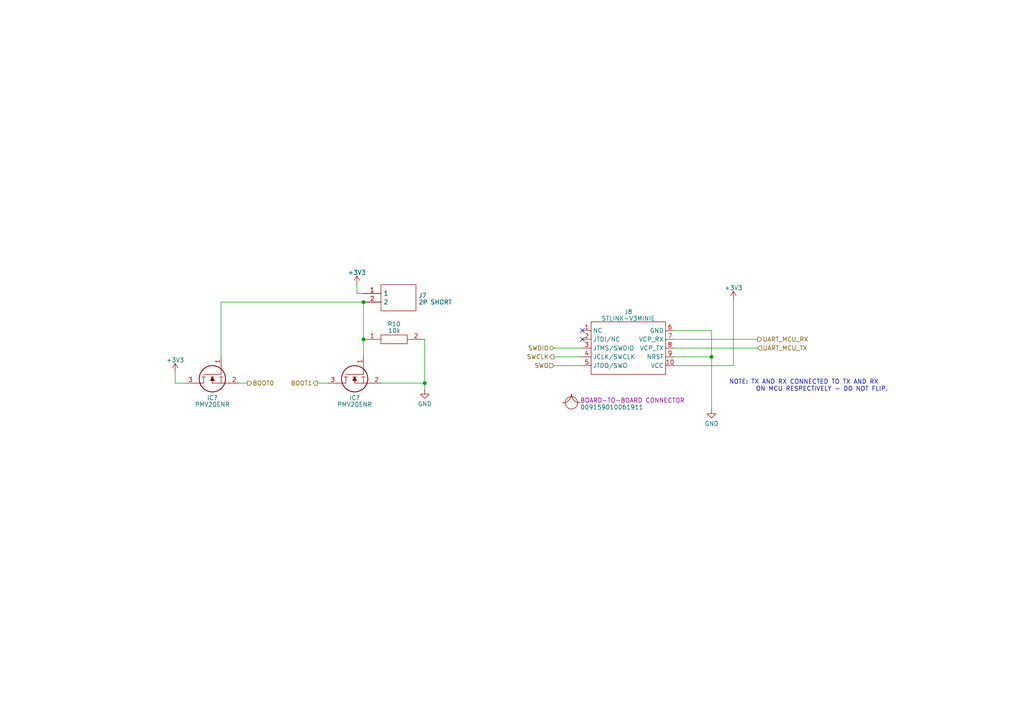
<source format=kicad_sch>
(kicad_sch
	(version 20231120)
	(generator "eeschema")
	(generator_version "8.0")
	(uuid "59661832-508f-4d79-9567-6c2dc1683514")
	(paper "A4")
	(title_block
		(title "Oro Link")
		(date "2023-07-15")
		(rev "6")
		(company "Oro Operating System")
		(comment 1 "://oro.sh")
		(comment 2 "Joshua Lee Junon")
	)
	(lib_symbols
		(symbol "Oro:BOM Part"
			(exclude_from_sim no)
			(in_bom yes)
			(on_board no)
			(property "Reference" "B"
				(at 0 0 0)
				(effects
					(font
						(size 1.27 1.27)
					)
				)
			)
			(property "Value" "BOM Part"
				(at 0 -2.54 0)
				(effects
					(font
						(size 1.27 1.27)
					)
				)
			)
			(property "Footprint" ""
				(at 0 0 0)
				(effects
					(font
						(size 1.27 1.27)
					)
					(hide yes)
				)
			)
			(property "Datasheet" ""
				(at 0 0 0)
				(effects
					(font
						(size 1.27 1.27)
					)
					(hide yes)
				)
			)
			(property "Description" ""
				(at 0 0 0)
				(effects
					(font
						(size 1.27 1.27)
					)
					(hide yes)
				)
			)
			(property "Sim.Enable" "0"
				(at 0 0 0)
				(effects
					(font
						(size 1.27 1.27)
					)
					(hide yes)
				)
			)
			(symbol "BOM Part_0_1"
				(arc
					(start -2.54 0)
					(mid -2.54 0)
					(end -2.54 0)
					(stroke
						(width 0)
						(type default)
					)
					(fill
						(type none)
					)
				)
				(arc
					(start -2.54 0)
					(mid -0.7439 0.7439)
					(end 0 2.54)
					(stroke
						(width 0)
						(type default)
					)
					(fill
						(type none)
					)
				)
				(circle
					(center 0 0)
					(radius 1.7961)
					(stroke
						(width 0)
						(type default)
					)
					(fill
						(type none)
					)
				)
				(arc
					(start 0 2.54)
					(mid 0.7439 0.7439)
					(end 2.54 0)
					(stroke
						(width 0)
						(type default)
					)
					(fill
						(type none)
					)
				)
			)
		)
		(symbol "Oro:STLINK-V3MINIE"
			(exclude_from_sim no)
			(in_bom yes)
			(on_board yes)
			(property "Reference" "J"
				(at 13.97 3.81 0)
				(effects
					(font
						(size 1.27 1.27)
					)
				)
			)
			(property "Value" "STLINK-V3MINIE"
				(at 13.97 1.27 0)
				(effects
					(font
						(size 1.27 1.27)
					)
				)
			)
			(property "Footprint" "Oro Footprints:009159010061911"
				(at -10.16 6.35 0)
				(effects
					(font
						(size 1.27 1.27)
					)
					(hide yes)
				)
			)
			(property "Datasheet" "https://www.st.com/resource/en/user_manual/um2910-stlinkv3minie-debuggerprogrammer-tiny-probe-for-stm32-microcontrollers-stmicroelectronics.pdf"
				(at 0 10.16 0)
				(effects
					(font
						(size 1.27 1.27)
					)
					(hide yes)
				)
			)
			(property "Description" ""
				(at 0 0 0)
				(effects
					(font
						(size 1.27 1.27)
					)
					(hide yes)
				)
			)
			(property "Manufacturer_Name" "STMicroelectronics"
				(at -1.27 13.97 0)
				(effects
					(font
						(size 1.27 1.27)
					)
					(justify left)
					(hide yes)
				)
			)
			(property "Manufacturer_Part_Number" "STLINK-V3MINIE"
				(at 0 13.97 0)
				(effects
					(font
						(size 1.27 1.27)
					)
					(justify left)
					(hide yes)
				)
			)
			(property "Mouser Part Number" "511-STLINK-V3MINIE"
				(at 0 11.43 0)
				(effects
					(font
						(size 1.27 1.27)
					)
					(justify left)
					(hide yes)
				)
			)
			(property "Mouser Price/Stock" "https://www.mouser.de/ProductDetail/STMicroelectronics/STLINK-V3MINIE?qs=MyNHzdoqoQKcLQe5Jawcgw%3D%3D"
				(at 0 7.62 0)
				(effects
					(font
						(size 1.27 1.27)
					)
					(justify left)
					(hide yes)
				)
			)
			(symbol "STLINK-V3MINIE_0_0"
				(pin unspecified line
					(at 0 -2.54 0)
					(length 2.54)
					(name "NC"
						(effects
							(font
								(size 1.27 1.27)
							)
						)
					)
					(number "1"
						(effects
							(font
								(size 1.27 1.27)
							)
						)
					)
				)
				(pin unspecified line
					(at 26.67 -12.7 180)
					(length 2.54)
					(name "VCC"
						(effects
							(font
								(size 1.27 1.27)
							)
						)
					)
					(number "10"
						(effects
							(font
								(size 1.27 1.27)
							)
						)
					)
				)
				(pin unspecified line
					(at 0 -5.08 0)
					(length 2.54)
					(name "JTDI/NC"
						(effects
							(font
								(size 1.27 1.27)
							)
						)
					)
					(number "2"
						(effects
							(font
								(size 1.27 1.27)
							)
						)
					)
				)
				(pin unspecified line
					(at 0 -7.62 0)
					(length 2.54)
					(name "JTMS/SWDIO"
						(effects
							(font
								(size 1.27 1.27)
							)
						)
					)
					(number "3"
						(effects
							(font
								(size 1.27 1.27)
							)
						)
					)
				)
				(pin unspecified line
					(at 0 -10.16 0)
					(length 2.54)
					(name "JCLK/SWCLK"
						(effects
							(font
								(size 1.27 1.27)
							)
						)
					)
					(number "4"
						(effects
							(font
								(size 1.27 1.27)
							)
						)
					)
				)
				(pin unspecified line
					(at 0 -12.7 0)
					(length 2.54)
					(name "JTDO/SWO"
						(effects
							(font
								(size 1.27 1.27)
							)
						)
					)
					(number "5"
						(effects
							(font
								(size 1.27 1.27)
							)
						)
					)
				)
				(pin unspecified line
					(at 26.67 -2.54 180)
					(length 2.54)
					(name "GND"
						(effects
							(font
								(size 1.27 1.27)
							)
						)
					)
					(number "6"
						(effects
							(font
								(size 1.27 1.27)
							)
						)
					)
				)
				(pin unspecified line
					(at 26.67 -5.08 180)
					(length 2.54)
					(name "VCP_RX"
						(effects
							(font
								(size 1.27 1.27)
							)
						)
					)
					(number "7"
						(effects
							(font
								(size 1.27 1.27)
							)
						)
					)
				)
				(pin unspecified line
					(at 26.67 -7.62 180)
					(length 2.54)
					(name "VCP_TX"
						(effects
							(font
								(size 1.27 1.27)
							)
						)
					)
					(number "8"
						(effects
							(font
								(size 1.27 1.27)
							)
						)
					)
				)
				(pin unspecified line
					(at 26.67 -10.16 180)
					(length 2.54)
					(name "NRST"
						(effects
							(font
								(size 1.27 1.27)
							)
						)
					)
					(number "9"
						(effects
							(font
								(size 1.27 1.27)
							)
						)
					)
				)
			)
			(symbol "STLINK-V3MINIE_0_1"
				(rectangle
					(start 2.54 0)
					(end 24.13 -15.24)
					(stroke
						(width 0)
						(type default)
					)
					(fill
						(type none)
					)
				)
			)
		)
		(symbol "SamacSys_Parts:10129378-902003BLF"
			(pin_names
				(offset 0.762)
			)
			(exclude_from_sim no)
			(in_bom yes)
			(on_board yes)
			(property "Reference" "J"
				(at 16.51 7.62 0)
				(effects
					(font
						(size 1.27 1.27)
					)
					(justify left)
				)
			)
			(property "Value" "10129378-902003BLF"
				(at 16.51 5.08 0)
				(effects
					(font
						(size 1.27 1.27)
					)
					(justify left)
				)
			)
			(property "Footprint" "HDRV2W67P0X254_1X2_508X241X1082P"
				(at 16.51 2.54 0)
				(effects
					(font
						(size 1.27 1.27)
					)
					(justify left)
					(hide yes)
				)
			)
			(property "Datasheet" "https://cdn.amphenol-cs.com/media/wysiwyg/files/drawing/10129378.pdf"
				(at 16.51 0 0)
				(effects
					(font
						(size 1.27 1.27)
					)
					(justify left)
					(hide yes)
				)
			)
			(property "Description" "EconoStik 2.54mm, Board to Board Connector, Unshrouded Verticl Header, Through Hole, Single Row, 2 Positions, 2.54 mm (0.100in) Pitch."
				(at 16.51 -2.54 0)
				(effects
					(font
						(size 1.27 1.27)
					)
					(justify left)
					(hide yes)
				)
			)
			(property "Height" "10.82"
				(at 16.51 -5.08 0)
				(effects
					(font
						(size 1.27 1.27)
					)
					(justify left)
					(hide yes)
				)
			)
			(property "Manufacturer_Name" "Amphenol Communication Solutions"
				(at 16.51 -7.62 0)
				(effects
					(font
						(size 1.27 1.27)
					)
					(justify left)
					(hide yes)
				)
			)
			(property "Manufacturer_Part_Number" "10129378-902003BLF"
				(at 16.51 -10.16 0)
				(effects
					(font
						(size 1.27 1.27)
					)
					(justify left)
					(hide yes)
				)
			)
			(property "Mouser Part Number" "649-1012937890203BLF"
				(at 16.51 -12.7 0)
				(effects
					(font
						(size 1.27 1.27)
					)
					(justify left)
					(hide yes)
				)
			)
			(property "Mouser Price/Stock" "https://www.mouser.co.uk/ProductDetail/Amphenol-FCI/10129378-902003BLF?qs=0lQeLiL1qyZU%252BgRaQ8FKPg%3D%3D"
				(at 16.51 -15.24 0)
				(effects
					(font
						(size 1.27 1.27)
					)
					(justify left)
					(hide yes)
				)
			)
			(property "Arrow Part Number" ""
				(at 16.51 -17.78 0)
				(effects
					(font
						(size 1.27 1.27)
					)
					(justify left)
					(hide yes)
				)
			)
			(property "Arrow Price/Stock" ""
				(at 16.51 -20.32 0)
				(effects
					(font
						(size 1.27 1.27)
					)
					(justify left)
					(hide yes)
				)
			)
			(symbol "10129378-902003BLF_0_0"
				(pin passive line
					(at 0 0 0)
					(length 5.08)
					(name "1"
						(effects
							(font
								(size 1.27 1.27)
							)
						)
					)
					(number "1"
						(effects
							(font
								(size 1.27 1.27)
							)
						)
					)
				)
				(pin passive line
					(at 0 -2.54 0)
					(length 5.08)
					(name "2"
						(effects
							(font
								(size 1.27 1.27)
							)
						)
					)
					(number "2"
						(effects
							(font
								(size 1.27 1.27)
							)
						)
					)
				)
			)
			(symbol "10129378-902003BLF_0_1"
				(polyline
					(pts
						(xy 5.08 2.54) (xy 15.24 2.54) (xy 15.24 -5.08) (xy 5.08 -5.08) (xy 5.08 2.54)
					)
					(stroke
						(width 0.1524)
						(type solid)
					)
					(fill
						(type none)
					)
				)
			)
		)
		(symbol "SamacSys_Parts:CSD13380F3T"
			(pin_names
				(offset 0.762)
			)
			(exclude_from_sim no)
			(in_bom yes)
			(on_board yes)
			(property "Reference" "Q"
				(at 11.43 3.81 0)
				(effects
					(font
						(size 1.27 1.27)
					)
					(justify left)
				)
			)
			(property "Value" "CSD13380F3T"
				(at 11.43 1.27 0)
				(effects
					(font
						(size 1.27 1.27)
					)
					(justify left)
				)
			)
			(property "Footprint" "CSD13380F3T"
				(at 11.43 -1.27 0)
				(effects
					(font
						(size 1.27 1.27)
					)
					(justify left)
					(hide yes)
				)
			)
			(property "Datasheet" "https://www.ti.com/lit/ds/symlink/csd13380f3.pdf?ts=1610053095577"
				(at 11.43 -3.81 0)
				(effects
					(font
						(size 1.27 1.27)
					)
					(justify left)
					(hide yes)
				)
			)
			(property "Description" "12V, N ch NexFET MOSFET, single LGA0.6x0.7, 76mOhm"
				(at 11.43 -6.35 0)
				(effects
					(font
						(size 1.27 1.27)
					)
					(justify left)
					(hide yes)
				)
			)
			(property "Height" "0.35"
				(at 11.43 -8.89 0)
				(effects
					(font
						(size 1.27 1.27)
					)
					(justify left)
					(hide yes)
				)
			)
			(property "Manufacturer_Name" "Texas Instruments"
				(at 11.43 -11.43 0)
				(effects
					(font
						(size 1.27 1.27)
					)
					(justify left)
					(hide yes)
				)
			)
			(property "Manufacturer_Part_Number" "CSD13380F3T"
				(at 11.43 -13.97 0)
				(effects
					(font
						(size 1.27 1.27)
					)
					(justify left)
					(hide yes)
				)
			)
			(property "Mouser Part Number" "595-CSD13380F3T"
				(at 11.43 -16.51 0)
				(effects
					(font
						(size 1.27 1.27)
					)
					(justify left)
					(hide yes)
				)
			)
			(property "Mouser Price/Stock" "https://www.mouser.co.uk/ProductDetail/Texas-Instruments/CSD13380F3T?qs=S8zVn2bBIh85Rpxp8sld8w%3D%3D"
				(at 11.43 -19.05 0)
				(effects
					(font
						(size 1.27 1.27)
					)
					(justify left)
					(hide yes)
				)
			)
			(property "Arrow Part Number" "CSD13380F3T"
				(at 11.43 -21.59 0)
				(effects
					(font
						(size 1.27 1.27)
					)
					(justify left)
					(hide yes)
				)
			)
			(property "Arrow Price/Stock" "https://www.arrow.com/en/products/csd13380f3t/texas-instruments"
				(at 11.43 -24.13 0)
				(effects
					(font
						(size 1.27 1.27)
					)
					(justify left)
					(hide yes)
				)
			)
			(property "Mouser Testing Part Number" ""
				(at 11.43 -26.67 0)
				(effects
					(font
						(size 1.27 1.27)
					)
					(justify left)
					(hide yes)
				)
			)
			(property "Mouser Testing Price/Stock" ""
				(at 11.43 -29.21 0)
				(effects
					(font
						(size 1.27 1.27)
					)
					(justify left)
					(hide yes)
				)
			)
			(symbol "CSD13380F3T_0_0"
				(pin passive line
					(at 0 0 0)
					(length 2.54)
					(name "~"
						(effects
							(font
								(size 1.27 1.27)
							)
						)
					)
					(number "1"
						(effects
							(font
								(size 1.27 1.27)
							)
						)
					)
				)
				(pin passive line
					(at 7.62 -5.08 90)
					(length 2.54)
					(name "~"
						(effects
							(font
								(size 1.27 1.27)
							)
						)
					)
					(number "2"
						(effects
							(font
								(size 1.27 1.27)
							)
						)
					)
				)
				(pin passive line
					(at 7.62 10.16 270)
					(length 2.54)
					(name "~"
						(effects
							(font
								(size 1.27 1.27)
							)
						)
					)
					(number "3"
						(effects
							(font
								(size 1.27 1.27)
							)
						)
					)
				)
			)
			(symbol "CSD13380F3T_0_1"
				(polyline
					(pts
						(xy 5.842 -0.508) (xy 5.842 0.508)
					)
					(stroke
						(width 0.1524)
						(type default)
					)
					(fill
						(type none)
					)
				)
				(polyline
					(pts
						(xy 5.842 0) (xy 7.62 0)
					)
					(stroke
						(width 0.1524)
						(type default)
					)
					(fill
						(type none)
					)
				)
				(polyline
					(pts
						(xy 5.842 2.032) (xy 5.842 3.048)
					)
					(stroke
						(width 0.1524)
						(type default)
					)
					(fill
						(type none)
					)
				)
				(polyline
					(pts
						(xy 5.842 5.588) (xy 5.842 4.572)
					)
					(stroke
						(width 0.1524)
						(type default)
					)
					(fill
						(type none)
					)
				)
				(polyline
					(pts
						(xy 7.62 2.54) (xy 5.842 2.54)
					)
					(stroke
						(width 0.1524)
						(type default)
					)
					(fill
						(type none)
					)
				)
				(polyline
					(pts
						(xy 7.62 2.54) (xy 7.62 -2.54)
					)
					(stroke
						(width 0.1524)
						(type default)
					)
					(fill
						(type none)
					)
				)
				(polyline
					(pts
						(xy 7.62 5.08) (xy 5.842 5.08)
					)
					(stroke
						(width 0.1524)
						(type default)
					)
					(fill
						(type none)
					)
				)
				(polyline
					(pts
						(xy 7.62 5.08) (xy 7.62 7.62)
					)
					(stroke
						(width 0.1524)
						(type default)
					)
					(fill
						(type none)
					)
				)
				(polyline
					(pts
						(xy 2.54 0) (xy 5.08 0) (xy 5.08 5.08)
					)
					(stroke
						(width 0.1524)
						(type default)
					)
					(fill
						(type none)
					)
				)
				(polyline
					(pts
						(xy 5.842 2.54) (xy 6.858 3.048) (xy 6.858 2.032) (xy 5.842 2.54)
					)
					(stroke
						(width 0.254)
						(type default)
					)
					(fill
						(type outline)
					)
				)
				(circle
					(center 6.35 2.54)
					(radius 3.81)
					(stroke
						(width 0.254)
						(type default)
					)
					(fill
						(type none)
					)
				)
			)
		)
		(symbol "SamacSys_Parts:RK73H1ETTP1002F"
			(pin_names
				(offset 0.762)
			)
			(exclude_from_sim no)
			(in_bom yes)
			(on_board yes)
			(property "Reference" "R"
				(at 13.97 6.35 0)
				(effects
					(font
						(size 1.27 1.27)
					)
					(justify left)
				)
			)
			(property "Value" "RK73H1ETTP1002F"
				(at 13.97 3.81 0)
				(effects
					(font
						(size 1.27 1.27)
					)
					(justify left)
				)
			)
			(property "Footprint" "RESC1005X40N"
				(at 13.97 1.27 0)
				(effects
					(font
						(size 1.27 1.27)
					)
					(justify left)
					(hide yes)
				)
			)
			(property "Datasheet" "http://www.koaspeer.com/catimages/Products/RK73-RT/RK73-RT.pdf"
				(at 13.97 -1.27 0)
				(effects
					(font
						(size 1.27 1.27)
					)
					(justify left)
					(hide yes)
				)
			)
			(property "Description" "Resistor,ThickFilm1005,0.063W,10kohm"
				(at 13.97 -3.81 0)
				(effects
					(font
						(size 1.27 1.27)
					)
					(justify left)
					(hide yes)
				)
			)
			(property "Height" "0.4"
				(at 13.97 -6.35 0)
				(effects
					(font
						(size 1.27 1.27)
					)
					(justify left)
					(hide yes)
				)
			)
			(property "Manufacturer_Name" "KOA Speer"
				(at 13.97 -8.89 0)
				(effects
					(font
						(size 1.27 1.27)
					)
					(justify left)
					(hide yes)
				)
			)
			(property "Manufacturer_Part_Number" "RK73H1ETTP1002F"
				(at 13.97 -11.43 0)
				(effects
					(font
						(size 1.27 1.27)
					)
					(justify left)
					(hide yes)
				)
			)
			(property "Mouser Part Number" "660-RK73H1ETTP1002F"
				(at 13.97 -13.97 0)
				(effects
					(font
						(size 1.27 1.27)
					)
					(justify left)
					(hide yes)
				)
			)
			(property "Mouser Price/Stock" "https://www.mouser.co.uk/ProductDetail/KOA-Speer/RK73H1ETTP1002F?qs=uLfVlVfCHH2OZ4JTybrBPQ%3D%3D"
				(at 13.97 -16.51 0)
				(effects
					(font
						(size 1.27 1.27)
					)
					(justify left)
					(hide yes)
				)
			)
			(property "Arrow Part Number" "RK73H1ETTP1002F"
				(at 13.97 -19.05 0)
				(effects
					(font
						(size 1.27 1.27)
					)
					(justify left)
					(hide yes)
				)
			)
			(property "Arrow Price/Stock" "https://www.arrow.com/en/products/rk73h1ettp1002f/koa-speer-electronics?region=nac"
				(at 13.97 -21.59 0)
				(effects
					(font
						(size 1.27 1.27)
					)
					(justify left)
					(hide yes)
				)
			)
			(symbol "RK73H1ETTP1002F_0_0"
				(pin passive line
					(at 0 0 0)
					(length 5.08)
					(name "~"
						(effects
							(font
								(size 1.27 1.27)
							)
						)
					)
					(number "1"
						(effects
							(font
								(size 1.27 1.27)
							)
						)
					)
				)
				(pin passive line
					(at 17.78 0 180)
					(length 5.08)
					(name "~"
						(effects
							(font
								(size 1.27 1.27)
							)
						)
					)
					(number "2"
						(effects
							(font
								(size 1.27 1.27)
							)
						)
					)
				)
			)
			(symbol "RK73H1ETTP1002F_0_1"
				(polyline
					(pts
						(xy 5.08 1.27) (xy 12.7 1.27) (xy 12.7 -1.27) (xy 5.08 -1.27) (xy 5.08 1.27)
					)
					(stroke
						(width 0.1524)
						(type solid)
					)
					(fill
						(type none)
					)
				)
			)
		)
		(symbol "power:+3V3"
			(power)
			(pin_names
				(offset 0)
			)
			(exclude_from_sim no)
			(in_bom yes)
			(on_board yes)
			(property "Reference" "#PWR"
				(at 0 -3.81 0)
				(effects
					(font
						(size 1.27 1.27)
					)
					(hide yes)
				)
			)
			(property "Value" "+3V3"
				(at 0 3.556 0)
				(effects
					(font
						(size 1.27 1.27)
					)
				)
			)
			(property "Footprint" ""
				(at 0 0 0)
				(effects
					(font
						(size 1.27 1.27)
					)
					(hide yes)
				)
			)
			(property "Datasheet" ""
				(at 0 0 0)
				(effects
					(font
						(size 1.27 1.27)
					)
					(hide yes)
				)
			)
			(property "Description" "Power symbol creates a global label with name \"+3V3\""
				(at 0 0 0)
				(effects
					(font
						(size 1.27 1.27)
					)
					(hide yes)
				)
			)
			(property "ki_keywords" "global power"
				(at 0 0 0)
				(effects
					(font
						(size 1.27 1.27)
					)
					(hide yes)
				)
			)
			(symbol "+3V3_0_1"
				(polyline
					(pts
						(xy -0.762 1.27) (xy 0 2.54)
					)
					(stroke
						(width 0)
						(type default)
					)
					(fill
						(type none)
					)
				)
				(polyline
					(pts
						(xy 0 0) (xy 0 2.54)
					)
					(stroke
						(width 0)
						(type default)
					)
					(fill
						(type none)
					)
				)
				(polyline
					(pts
						(xy 0 2.54) (xy 0.762 1.27)
					)
					(stroke
						(width 0)
						(type default)
					)
					(fill
						(type none)
					)
				)
			)
			(symbol "+3V3_1_1"
				(pin power_in line
					(at 0 0 90)
					(length 0) hide
					(name "+3V3"
						(effects
							(font
								(size 1.27 1.27)
							)
						)
					)
					(number "1"
						(effects
							(font
								(size 1.27 1.27)
							)
						)
					)
				)
			)
		)
		(symbol "power:GND"
			(power)
			(pin_names
				(offset 0)
			)
			(exclude_from_sim no)
			(in_bom yes)
			(on_board yes)
			(property "Reference" "#PWR"
				(at 0 -6.35 0)
				(effects
					(font
						(size 1.27 1.27)
					)
					(hide yes)
				)
			)
			(property "Value" "GND"
				(at 0 -3.81 0)
				(effects
					(font
						(size 1.27 1.27)
					)
				)
			)
			(property "Footprint" ""
				(at 0 0 0)
				(effects
					(font
						(size 1.27 1.27)
					)
					(hide yes)
				)
			)
			(property "Datasheet" ""
				(at 0 0 0)
				(effects
					(font
						(size 1.27 1.27)
					)
					(hide yes)
				)
			)
			(property "Description" "Power symbol creates a global label with name \"GND\" , ground"
				(at 0 0 0)
				(effects
					(font
						(size 1.27 1.27)
					)
					(hide yes)
				)
			)
			(property "ki_keywords" "global power"
				(at 0 0 0)
				(effects
					(font
						(size 1.27 1.27)
					)
					(hide yes)
				)
			)
			(symbol "GND_0_1"
				(polyline
					(pts
						(xy 0 0) (xy 0 -1.27) (xy 1.27 -1.27) (xy 0 -2.54) (xy -1.27 -1.27) (xy 0 -1.27)
					)
					(stroke
						(width 0)
						(type default)
					)
					(fill
						(type none)
					)
				)
			)
			(symbol "GND_1_1"
				(pin power_in line
					(at 0 0 270)
					(length 0) hide
					(name "GND"
						(effects
							(font
								(size 1.27 1.27)
							)
						)
					)
					(number "1"
						(effects
							(font
								(size 1.27 1.27)
							)
						)
					)
				)
			)
		)
	)
	(junction
		(at 206.375 103.505)
		(diameter 0)
		(color 0 0 0 0)
		(uuid "0917bb6a-1738-4a86-8dba-976bda575fb7")
	)
	(junction
		(at 123.19 111.125)
		(diameter 0)
		(color 0 0 0 0)
		(uuid "2e55d135-74fd-49d2-a35a-5392a8b7db8f")
	)
	(junction
		(at 105.41 87.63)
		(diameter 0)
		(color 0 0 0 0)
		(uuid "ee32654d-eb25-4605-8f19-1345f7c2d6b2")
	)
	(junction
		(at 105.41 98.425)
		(diameter 0)
		(color 0 0 0 0)
		(uuid "ef0aea8d-24aa-4c18-8501-875792addc67")
	)
	(no_connect
		(at 168.91 98.425)
		(uuid "10993f94-12f4-4699-82b2-e0b504443aea")
	)
	(no_connect
		(at 168.91 95.885)
		(uuid "11993080-4ec1-4564-954d-b1e01ab84205")
	)
	(wire
		(pts
			(xy 103.505 85.09) (xy 105.41 85.09)
		)
		(stroke
			(width 0)
			(type default)
		)
		(uuid "06f095a0-c044-4e41-8352-8c9ab4c58199")
	)
	(wire
		(pts
			(xy 160.655 100.965) (xy 168.91 100.965)
		)
		(stroke
			(width 0)
			(type default)
		)
		(uuid "1ee2bb76-fb77-4787-b54f-eb2113cba571")
	)
	(wire
		(pts
			(xy 105.41 87.63) (xy 105.41 98.425)
		)
		(stroke
			(width 0)
			(type default)
		)
		(uuid "23b1462b-c3b6-480e-90fc-6c7d7b52fe86")
	)
	(wire
		(pts
			(xy 160.655 103.505) (xy 168.91 103.505)
		)
		(stroke
			(width 0)
			(type default)
		)
		(uuid "32d721de-ac98-425d-b4ce-71f3ab378694")
	)
	(wire
		(pts
			(xy 212.725 86.995) (xy 212.725 106.045)
		)
		(stroke
			(width 0)
			(type default)
		)
		(uuid "3b2fc8f4-60a1-4b80-85f1-bea2069fd3bc")
	)
	(wire
		(pts
			(xy 110.49 111.125) (xy 123.19 111.125)
		)
		(stroke
			(width 0)
			(type default)
		)
		(uuid "4a0cd61b-53b8-43ab-80bc-01161a09d178")
	)
	(wire
		(pts
			(xy 195.58 103.505) (xy 206.375 103.505)
		)
		(stroke
			(width 0)
			(type default)
		)
		(uuid "4f843b48-a427-4e4d-9227-f4dba9cdbf7e")
	)
	(wire
		(pts
			(xy 64.135 87.63) (xy 64.135 103.505)
		)
		(stroke
			(width 0)
			(type default)
		)
		(uuid "53378f1d-36d6-4b4b-ac38-df7903e2cccf")
	)
	(wire
		(pts
			(xy 123.19 98.425) (xy 123.19 111.125)
		)
		(stroke
			(width 0)
			(type default)
		)
		(uuid "5981634b-0036-4997-b2e2-c23f469c086a")
	)
	(wire
		(pts
			(xy 50.8 111.125) (xy 53.975 111.125)
		)
		(stroke
			(width 0)
			(type default)
		)
		(uuid "67360169-a765-4c9a-bb33-77b46ea6e97e")
	)
	(wire
		(pts
			(xy 69.215 111.125) (xy 71.755 111.125)
		)
		(stroke
			(width 0)
			(type default)
		)
		(uuid "780c6242-122c-4560-a3db-421237010ae7")
	)
	(wire
		(pts
			(xy 123.19 111.125) (xy 123.19 113.03)
		)
		(stroke
			(width 0)
			(type default)
		)
		(uuid "7b3d6735-fd94-4818-82e3-f7ac45aa5963")
	)
	(wire
		(pts
			(xy 105.41 87.63) (xy 64.135 87.63)
		)
		(stroke
			(width 0)
			(type default)
		)
		(uuid "7dc9e2e8-17ae-4fe6-8584-4d111f195dce")
	)
	(wire
		(pts
			(xy 92.075 111.125) (xy 95.25 111.125)
		)
		(stroke
			(width 0)
			(type default)
		)
		(uuid "7f41b161-69ba-410f-8a30-7daf4b92492d")
	)
	(wire
		(pts
			(xy 195.58 98.425) (xy 219.71 98.425)
		)
		(stroke
			(width 0)
			(type default)
		)
		(uuid "a4aa2ea9-4d69-4a37-8793-009f023ded6f")
	)
	(wire
		(pts
			(xy 206.375 103.505) (xy 206.375 118.745)
		)
		(stroke
			(width 0)
			(type default)
		)
		(uuid "b2bce0ac-1a98-476c-9942-6fbb134f85f6")
	)
	(wire
		(pts
			(xy 195.58 95.885) (xy 206.375 95.885)
		)
		(stroke
			(width 0)
			(type default)
		)
		(uuid "bef66492-a066-4775-932e-52364910ccb6")
	)
	(wire
		(pts
			(xy 103.505 82.55) (xy 103.505 85.09)
		)
		(stroke
			(width 0)
			(type default)
		)
		(uuid "c4c36632-6531-4a27-8837-cd2a2312a687")
	)
	(wire
		(pts
			(xy 160.655 106.045) (xy 168.91 106.045)
		)
		(stroke
			(width 0)
			(type default)
		)
		(uuid "d26b8965-0051-474e-b5d1-615dbf556568")
	)
	(wire
		(pts
			(xy 50.8 107.95) (xy 50.8 111.125)
		)
		(stroke
			(width 0)
			(type default)
		)
		(uuid "da916825-9857-48bd-8ba5-0275d3c5b208")
	)
	(wire
		(pts
			(xy 195.58 106.045) (xy 212.725 106.045)
		)
		(stroke
			(width 0)
			(type default)
		)
		(uuid "dac99b01-7e4a-4bf4-998c-f19d31818554")
	)
	(wire
		(pts
			(xy 105.41 98.425) (xy 105.41 103.505)
		)
		(stroke
			(width 0)
			(type default)
		)
		(uuid "e4389ef6-715a-4657-8346-04e37dbf7737")
	)
	(wire
		(pts
			(xy 195.58 100.965) (xy 219.71 100.965)
		)
		(stroke
			(width 0)
			(type default)
		)
		(uuid "e7a39c88-f59a-4b0c-b332-c0971e3cb20c")
	)
	(wire
		(pts
			(xy 206.375 95.885) (xy 206.375 103.505)
		)
		(stroke
			(width 0)
			(type default)
		)
		(uuid "e80aa172-ac02-42bb-b5ff-5b2adb1a4f87")
	)
	(text "NOTE: TX AND RX CONNECTED TO TX AND RX\n        ON MCU RESPECTIVELY - DO NOT FLIP."
		(exclude_from_sim no)
		(at 211.455 113.665 0)
		(effects
			(font
				(size 1.27 1.27)
			)
			(justify left bottom)
		)
		(uuid "10150660-7c3a-43ec-a888-784d0be6697d")
	)
	(hierarchical_label "UART_MCU_TX"
		(shape input)
		(at 219.71 100.965 0)
		(fields_autoplaced yes)
		(effects
			(font
				(size 1.27 1.27)
			)
			(justify left)
		)
		(uuid "0162137a-efd5-4210-b403-625a5725e5a2")
	)
	(hierarchical_label "SWCLK"
		(shape output)
		(at 160.655 103.505 180)
		(fields_autoplaced yes)
		(effects
			(font
				(size 1.27 1.27)
			)
			(justify right)
		)
		(uuid "055b8829-4d3f-4704-a261-2dc854db9903")
	)
	(hierarchical_label "BOOT1"
		(shape output)
		(at 92.075 111.125 180)
		(fields_autoplaced yes)
		(effects
			(font
				(size 1.27 1.27)
			)
			(justify right)
		)
		(uuid "0e81107d-adf9-4834-a4e4-81931b882999")
	)
	(hierarchical_label "UART_MCU_RX"
		(shape output)
		(at 219.71 98.425 0)
		(fields_autoplaced yes)
		(effects
			(font
				(size 1.27 1.27)
			)
			(justify left)
		)
		(uuid "3fddadf3-f199-4cbd-9241-7b1a73ba18c3")
	)
	(hierarchical_label "SWDIO"
		(shape bidirectional)
		(at 160.655 100.965 180)
		(fields_autoplaced yes)
		(effects
			(font
				(size 1.27 1.27)
			)
			(justify right)
		)
		(uuid "a227d7bf-1c35-4595-9a43-58fd057cdd25")
	)
	(hierarchical_label "SWO"
		(shape input)
		(at 160.655 106.045 180)
		(fields_autoplaced yes)
		(effects
			(font
				(size 1.27 1.27)
			)
			(justify right)
		)
		(uuid "cc98a820-9bcc-4041-974c-9fd6d89776cf")
	)
	(hierarchical_label "BOOT0"
		(shape output)
		(at 71.755 111.125 0)
		(fields_autoplaced yes)
		(effects
			(font
				(size 1.27 1.27)
			)
			(justify left)
		)
		(uuid "efcc508c-cd0d-42c8-85e8-dce1ab748299")
	)
	(symbol
		(lib_id "power:+3V3")
		(at 103.505 82.55 0)
		(unit 1)
		(exclude_from_sim no)
		(in_bom yes)
		(on_board yes)
		(dnp no)
		(fields_autoplaced yes)
		(uuid "0199a2d7-b51d-4b0f-a7a3-c4d43eb69165")
		(property "Reference" "#PWR070"
			(at 103.505 86.36 0)
			(effects
				(font
					(size 1.27 1.27)
				)
				(hide yes)
			)
		)
		(property "Value" "+3V3"
			(at 103.505 79.0481 0)
			(effects
				(font
					(size 1.27 1.27)
				)
			)
		)
		(property "Footprint" ""
			(at 103.505 82.55 0)
			(effects
				(font
					(size 1.27 1.27)
				)
				(hide yes)
			)
		)
		(property "Datasheet" ""
			(at 103.505 82.55 0)
			(effects
				(font
					(size 1.27 1.27)
				)
				(hide yes)
			)
		)
		(property "Description" ""
			(at 103.505 82.55 0)
			(effects
				(font
					(size 1.27 1.27)
				)
				(hide yes)
			)
		)
		(pin "1"
			(uuid "eb7b61ab-b25c-4d9f-af2d-37d2b61102cb")
		)
		(instances
			(project "OroLink"
				(path "/e89dcd22-1250-4a5b-b778-1c95a0dd623d/259c9346-7ad9-40c3-9e14-9b19afc78ddf"
					(reference "#PWR070")
					(unit 1)
				)
			)
		)
	)
	(symbol
		(lib_id "power:+3V3")
		(at 50.8 107.95 0)
		(unit 1)
		(exclude_from_sim no)
		(in_bom yes)
		(on_board yes)
		(dnp no)
		(fields_autoplaced yes)
		(uuid "39a74b29-ea26-4914-9444-07aab3105d6e")
		(property "Reference" "#PWR069"
			(at 50.8 111.76 0)
			(effects
				(font
					(size 1.27 1.27)
				)
				(hide yes)
			)
		)
		(property "Value" "+3V3"
			(at 50.8 104.4481 0)
			(effects
				(font
					(size 1.27 1.27)
				)
			)
		)
		(property "Footprint" ""
			(at 50.8 107.95 0)
			(effects
				(font
					(size 1.27 1.27)
				)
				(hide yes)
			)
		)
		(property "Datasheet" ""
			(at 50.8 107.95 0)
			(effects
				(font
					(size 1.27 1.27)
				)
				(hide yes)
			)
		)
		(property "Description" ""
			(at 50.8 107.95 0)
			(effects
				(font
					(size 1.27 1.27)
				)
				(hide yes)
			)
		)
		(pin "1"
			(uuid "0b037f14-f444-407f-99f6-39ac1b47b394")
		)
		(instances
			(project "OroLink"
				(path "/e89dcd22-1250-4a5b-b778-1c95a0dd623d/259c9346-7ad9-40c3-9e14-9b19afc78ddf"
					(reference "#PWR069")
					(unit 1)
				)
			)
		)
	)
	(symbol
		(lib_id "SamacSys_Parts:10129378-902003BLF")
		(at 105.41 85.09 0)
		(unit 1)
		(exclude_from_sim no)
		(in_bom no)
		(on_board yes)
		(dnp no)
		(fields_autoplaced yes)
		(uuid "665641f6-ecdd-42c9-a61e-3f9ca5ea32e1")
		(property "Reference" "J7"
			(at 121.3612 85.7163 0)
			(effects
				(font
					(size 1.27 1.27)
				)
				(justify left)
			)
		)
		(property "Value" "2P SHORT"
			(at 121.3612 87.6373 0)
			(effects
				(font
					(size 1.27 1.27)
				)
				(justify left)
			)
		)
		(property "Footprint" "Oro Footprints:2P_SHORT"
			(at 121.92 82.55 0)
			(effects
				(font
					(size 1.27 1.27)
				)
				(justify left)
				(hide yes)
			)
		)
		(property "Datasheet" "https://cdn.amphenol-cs.com/media/wysiwyg/files/drawing/10129378.pdf"
			(at 121.92 85.09 0)
			(effects
				(font
					(size 1.27 1.27)
				)
				(justify left)
				(hide yes)
			)
		)
		(property "Description" "EconoStik 2.54mm, Board to Board Connector, Unshrouded Verticl Header, Through Hole, Single Row, 2 Positions, 2.54 mm (0.100in) Pitch."
			(at 121.92 87.63 0)
			(effects
				(font
					(size 1.27 1.27)
				)
				(justify left)
				(hide yes)
			)
		)
		(property "Height" "10.82"
			(at 121.92 90.17 0)
			(effects
				(font
					(size 1.27 1.27)
				)
				(justify left)
				(hide yes)
			)
		)
		(property "Manufacturer_Name" "Amphenol Communication Solutions"
			(at 121.92 92.71 0)
			(effects
				(font
					(size 1.27 1.27)
				)
				(justify left)
				(hide yes)
			)
		)
		(property "Manufacturer_Part_Number" "10129378-902003BLF"
			(at 121.92 95.25 0)
			(effects
				(font
					(size 1.27 1.27)
				)
				(justify left)
				(hide yes)
			)
		)
		(property "Mouser Part Number" "649-1012937890203BLF"
			(at 121.92 97.79 0)
			(effects
				(font
					(size 1.27 1.27)
				)
				(justify left)
				(hide yes)
			)
		)
		(property "Mouser Price/Stock" "https://www.mouser.co.uk/ProductDetail/Amphenol-FCI/10129378-902003BLF?qs=0lQeLiL1qyZU%252BgRaQ8FKPg%3D%3D"
			(at 121.92 100.33 0)
			(effects
				(font
					(size 1.27 1.27)
				)
				(justify left)
				(hide yes)
			)
		)
		(property "Arrow Part Number" ""
			(at 121.92 102.87 0)
			(effects
				(font
					(size 1.27 1.27)
				)
				(justify left)
				(hide yes)
			)
		)
		(property "Arrow Price/Stock" ""
			(at 121.92 105.41 0)
			(effects
				(font
					(size 1.27 1.27)
				)
				(justify left)
				(hide yes)
			)
		)
		(pin "1"
			(uuid "36a67d86-2b57-46dc-b690-4e6aeef14386")
		)
		(pin "2"
			(uuid "c88f5053-4793-480a-9a54-8669a7350286")
		)
		(instances
			(project "OroLink"
				(path "/e89dcd22-1250-4a5b-b778-1c95a0dd623d/259c9346-7ad9-40c3-9e14-9b19afc78ddf"
					(reference "J7")
					(unit 1)
				)
			)
		)
	)
	(symbol
		(lib_id "SamacSys_Parts:CSD13380F3T")
		(at 105.41 103.505 90)
		(mirror x)
		(unit 1)
		(exclude_from_sim no)
		(in_bom yes)
		(on_board yes)
		(dnp no)
		(uuid "8fb2a4ed-789b-4667-adde-f010d7dfcd43")
		(property "Reference" "IC?"
			(at 102.87 115.3875 90)
			(effects
				(font
					(size 1.27 1.27)
				)
			)
		)
		(property "Value" "PMV20ENR"
			(at 102.87 117.3085 90)
			(effects
				(font
					(size 1.27 1.27)
				)
			)
		)
		(property "Footprint" "SamacSys_Parts:SOT95P230X110-3N"
			(at 102.87 120.015 0)
			(effects
				(font
					(size 1.27 1.27)
				)
				(justify left)
				(hide yes)
			)
		)
		(property "Datasheet" "https://assets.nexperia.com/documents/data-sheet/PMV20EN.pdf"
			(at 105.41 120.015 0)
			(effects
				(font
					(size 1.27 1.27)
				)
				(justify left)
				(hide yes)
			)
		)
		(property "Description" "MOSFET 30V N-channel Trench MOSFET"
			(at 107.95 120.015 0)
			(effects
				(font
					(size 1.27 1.27)
				)
				(justify left)
				(hide yes)
			)
		)
		(property "Height" "1.1"
			(at 110.49 120.015 0)
			(effects
				(font
					(size 1.27 1.27)
				)
				(justify left)
				(hide yes)
			)
		)
		(property "Manufacturer_Name" "Nexperia"
			(at 113.03 120.015 0)
			(effects
				(font
					(size 1.27 1.27)
				)
				(justify left)
				(hide yes)
			)
		)
		(property "Manufacturer_Part_Number" "PMV20ENR"
			(at 115.57 120.015 0)
			(effects
				(font
					(size 1.27 1.27)
				)
				(justify left)
				(hide yes)
			)
		)
		(property "Mouser Part Number" "771-PMV20ENR"
			(at 118.11 120.015 0)
			(effects
				(font
					(size 1.27 1.27)
				)
				(justify left)
				(hide yes)
			)
		)
		(property "Mouser Price/Stock" "https://www.mouser.co.uk/ProductDetail/Nexperia/PMV20ENR?qs=sV%252BQJnSpgu%2FSnnW%252BQ4V7GA%3D%3D"
			(at 120.65 120.015 0)
			(effects
				(font
					(size 1.27 1.27)
				)
				(justify left)
				(hide yes)
			)
		)
		(property "Arrow Part Number" "PMV20ENR"
			(at 123.19 120.015 0)
			(effects
				(font
					(size 1.27 1.27)
				)
				(justify left)
				(hide yes)
			)
		)
		(property "Arrow Price/Stock" "https://www.arrow.com/en/products/pmv20enr/nexperia?region=nac"
			(at 125.73 120.015 0)
			(effects
				(font
					(size 1.27 1.27)
				)
				(justify left)
				(hide yes)
			)
		)
		(property "Mouser Testing Part Number" ""
			(at 128.27 120.015 0)
			(effects
				(font
					(size 1.27 1.27)
				)
				(justify left)
				(hide yes)
			)
		)
		(property "Mouser Testing Price/Stock" ""
			(at 130.81 120.015 0)
			(effects
				(font
					(size 1.27 1.27)
				)
				(justify left)
				(hide yes)
			)
		)
		(pin "1"
			(uuid "8c05c512-f78c-4b88-ae7c-a7a993d6e01e")
		)
		(pin "2"
			(uuid "4e03092e-5596-45ef-93d4-6dd17dc17142")
		)
		(pin "3"
			(uuid "63b46ffe-fe9a-4435-a8ce-a75e9bae2f29")
		)
		(instances
			(project "Oro Testbed v2"
				(path "/3d0fc623-63eb-45e5-a304-e470d9b3a173"
					(reference "IC?")
					(unit 1)
				)
				(path "/3d0fc623-63eb-45e5-a304-e470d9b3a173/62e8cddc-1c26-4fab-8954-689e69f767da"
					(reference "IC22")
					(unit 1)
				)
			)
			(project "OroLink"
				(path "/e89dcd22-1250-4a5b-b778-1c95a0dd623d/259c9346-7ad9-40c3-9e14-9b19afc78ddf"
					(reference "IC13")
					(unit 1)
				)
			)
		)
	)
	(symbol
		(lib_id "power:GND")
		(at 206.375 118.745 0)
		(unit 1)
		(exclude_from_sim no)
		(in_bom yes)
		(on_board yes)
		(dnp no)
		(fields_autoplaced yes)
		(uuid "a3702f94-7c91-4010-9461-c3424080194a")
		(property "Reference" "#PWR072"
			(at 206.375 125.095 0)
			(effects
				(font
					(size 1.27 1.27)
				)
				(hide yes)
			)
		)
		(property "Value" "GND"
			(at 206.375 122.8805 0)
			(effects
				(font
					(size 1.27 1.27)
				)
			)
		)
		(property "Footprint" ""
			(at 206.375 118.745 0)
			(effects
				(font
					(size 1.27 1.27)
				)
				(hide yes)
			)
		)
		(property "Datasheet" ""
			(at 206.375 118.745 0)
			(effects
				(font
					(size 1.27 1.27)
				)
				(hide yes)
			)
		)
		(property "Description" ""
			(at 206.375 118.745 0)
			(effects
				(font
					(size 1.27 1.27)
				)
				(hide yes)
			)
		)
		(pin "1"
			(uuid "38d2ad1a-1b14-4a08-b890-f23c9d982187")
		)
		(instances
			(project "OroLink"
				(path "/e89dcd22-1250-4a5b-b778-1c95a0dd623d/259c9346-7ad9-40c3-9e14-9b19afc78ddf"
					(reference "#PWR072")
					(unit 1)
				)
			)
		)
	)
	(symbol
		(lib_id "SamacSys_Parts:RK73H1ETTP1002F")
		(at 105.41 98.425 0)
		(unit 1)
		(exclude_from_sim no)
		(in_bom yes)
		(on_board yes)
		(dnp no)
		(uuid "cfdf655c-42da-4ac1-9ecc-5b8918ac5716")
		(property "Reference" "R10"
			(at 114.3 93.98 0)
			(effects
				(font
					(size 1.27 1.27)
				)
			)
		)
		(property "Value" "10k"
			(at 116.205 95.885 0)
			(effects
				(font
					(size 1.27 1.27)
				)
				(justify right)
			)
		)
		(property "Footprint" "RESC1005X40N"
			(at 119.38 97.155 0)
			(effects
				(font
					(size 1.27 1.27)
				)
				(justify left)
				(hide yes)
			)
		)
		(property "Datasheet" "http://www.koaspeer.com/catimages/Products/RK73-RT/RK73-RT.pdf"
			(at 119.38 99.695 0)
			(effects
				(font
					(size 1.27 1.27)
				)
				(justify left)
				(hide yes)
			)
		)
		(property "Description" "Resistor,ThickFilm1005,0.063W,10kohm"
			(at 119.38 102.235 0)
			(effects
				(font
					(size 1.27 1.27)
				)
				(justify left)
				(hide yes)
			)
		)
		(property "Height" "0.4"
			(at 119.38 104.775 0)
			(effects
				(font
					(size 1.27 1.27)
				)
				(justify left)
				(hide yes)
			)
		)
		(property "Manufacturer_Name" "KOA Speer"
			(at 119.38 107.315 0)
			(effects
				(font
					(size 1.27 1.27)
				)
				(justify left)
				(hide yes)
			)
		)
		(property "Manufacturer_Part_Number" "RK73H1ETTP1002F"
			(at 119.38 109.855 0)
			(effects
				(font
					(size 1.27 1.27)
				)
				(justify left)
				(hide yes)
			)
		)
		(property "Mouser Part Number" "660-RK73H1ETTP1002F"
			(at 119.38 112.395 0)
			(effects
				(font
					(size 1.27 1.27)
				)
				(justify left)
				(hide yes)
			)
		)
		(property "Mouser Price/Stock" "https://www.mouser.co.uk/ProductDetail/KOA-Speer/RK73H1ETTP1002F?qs=uLfVlVfCHH2OZ4JTybrBPQ%3D%3D"
			(at 119.38 114.935 0)
			(effects
				(font
					(size 1.27 1.27)
				)
				(justify left)
				(hide yes)
			)
		)
		(property "Arrow Part Number" "RK73H1ETTP1002F"
			(at 119.38 117.475 0)
			(effects
				(font
					(size 1.27 1.27)
				)
				(justify left)
				(hide yes)
			)
		)
		(property "Arrow Price/Stock" "https://www.arrow.com/en/products/rk73h1ettp1002f/koa-speer-electronics?region=nac"
			(at 119.38 120.015 0)
			(effects
				(font
					(size 1.27 1.27)
				)
				(justify left)
				(hide yes)
			)
		)
		(property "Mouser Testing Part Number" ""
			(at 119.38 122.555 0)
			(effects
				(font
					(size 1.27 1.27)
				)
				(justify left)
				(hide yes)
			)
		)
		(property "Mouser Testing Price/Stock" ""
			(at 119.38 125.095 0)
			(effects
				(font
					(size 1.27 1.27)
				)
				(justify left)
				(hide yes)
			)
		)
		(pin "1"
			(uuid "015a50d5-a38c-4df5-a02f-b4d888cbf8fb")
		)
		(pin "2"
			(uuid "5eaa7988-ecbf-4017-a057-9ddb1804bcc3")
		)
		(instances
			(project "Oro Testbed v2"
				(path "/3d0fc623-63eb-45e5-a304-e470d9b3a173"
					(reference "R10")
					(unit 1)
				)
				(path "/3d0fc623-63eb-45e5-a304-e470d9b3a173/7310340d-2c15-4c32-b17d-f4923dae9f8e"
					(reference "R8")
					(unit 1)
				)
			)
			(project "OroLink"
				(path "/e89dcd22-1250-4a5b-b778-1c95a0dd623d/259c9346-7ad9-40c3-9e14-9b19afc78ddf"
					(reference "R56")
					(unit 1)
				)
			)
		)
	)
	(symbol
		(lib_id "power:GND")
		(at 123.19 113.03 0)
		(unit 1)
		(exclude_from_sim no)
		(in_bom yes)
		(on_board yes)
		(dnp no)
		(fields_autoplaced yes)
		(uuid "d245cdd2-ab4b-4041-a377-763a2df29143")
		(property "Reference" "#PWR071"
			(at 123.19 119.38 0)
			(effects
				(font
					(size 1.27 1.27)
				)
				(hide yes)
			)
		)
		(property "Value" "GND"
			(at 123.19 117.1655 0)
			(effects
				(font
					(size 1.27 1.27)
				)
			)
		)
		(property "Footprint" ""
			(at 123.19 113.03 0)
			(effects
				(font
					(size 1.27 1.27)
				)
				(hide yes)
			)
		)
		(property "Datasheet" ""
			(at 123.19 113.03 0)
			(effects
				(font
					(size 1.27 1.27)
				)
				(hide yes)
			)
		)
		(property "Description" ""
			(at 123.19 113.03 0)
			(effects
				(font
					(size 1.27 1.27)
				)
				(hide yes)
			)
		)
		(pin "1"
			(uuid "99900ccc-e014-494c-be77-5a31d6d192f6")
		)
		(instances
			(project "OroLink"
				(path "/e89dcd22-1250-4a5b-b778-1c95a0dd623d/259c9346-7ad9-40c3-9e14-9b19afc78ddf"
					(reference "#PWR071")
					(unit 1)
				)
			)
		)
	)
	(symbol
		(lib_id "Oro:BOM Part")
		(at 165.735 116.84 0)
		(unit 1)
		(exclude_from_sim yes)
		(in_bom yes)
		(on_board no)
		(dnp no)
		(uuid "ecdd0a44-1869-47d2-af3b-549a6b697c9f")
		(property "Reference" "B2"
			(at 167.64 116.1963 0)
			(effects
				(font
					(size 1.27 1.27)
				)
				(justify left)
				(hide yes)
			)
		)
		(property "Value" "009159010061911"
			(at 168.275 118.11 0)
			(effects
				(font
					(size 1.27 1.27)
				)
				(justify left)
			)
		)
		(property "Footprint" ""
			(at 165.735 116.84 0)
			(effects
				(font
					(size 1.27 1.27)
				)
				(hide yes)
			)
		)
		(property "Datasheet" "https://www.mouser.de/datasheet/2/40/OpenEndedCardEdge_00_9159-3165315.pdf"
			(at 165.735 116.84 0)
			(effects
				(font
					(size 1.27 1.27)
				)
				(hide yes)
			)
		)
		(property "Description" ""
			(at 165.735 116.84 0)
			(effects
				(font
					(size 1.27 1.27)
				)
				(hide yes)
			)
		)
		(property "Manufacturer_Part_Number" "009159010061911"
			(at 165.735 116.84 0)
			(effects
				(font
					(size 1.27 1.27)
				)
				(hide yes)
			)
		)
		(property "Mouser Part Number" "581-009159010061911"
			(at 165.735 116.84 0)
			(effects
				(font
					(size 1.27 1.27)
				)
				(hide yes)
			)
		)
		(property "Note" "BOARD-TO-BOARD CONNECTOR"
			(at 168.275 116.84 0)
			(effects
				(font
					(size 1.27 1.27)
				)
				(justify left bottom)
			)
		)
		(instances
			(project "Oro Testbed v2"
				(path "/3d0fc623-63eb-45e5-a304-e470d9b3a173"
					(reference "B2")
					(unit 1)
				)
				(path "/3d0fc623-63eb-45e5-a304-e470d9b3a173/7310340d-2c15-4c32-b17d-f4923dae9f8e"
					(reference "B2")
					(unit 1)
				)
			)
			(project "OroLink"
				(path "/e89dcd22-1250-4a5b-b778-1c95a0dd623d/259c9346-7ad9-40c3-9e14-9b19afc78ddf"
					(reference "B4")
					(unit 1)
				)
			)
		)
	)
	(symbol
		(lib_id "power:+3V3")
		(at 212.725 86.995 0)
		(unit 1)
		(exclude_from_sim no)
		(in_bom yes)
		(on_board yes)
		(dnp no)
		(fields_autoplaced yes)
		(uuid "f3cbbaa0-fb8b-4e35-9a43-78b6bd8d3327")
		(property "Reference" "#PWR073"
			(at 212.725 90.805 0)
			(effects
				(font
					(size 1.27 1.27)
				)
				(hide yes)
			)
		)
		(property "Value" "+3V3"
			(at 212.725 83.4931 0)
			(effects
				(font
					(size 1.27 1.27)
				)
			)
		)
		(property "Footprint" ""
			(at 212.725 86.995 0)
			(effects
				(font
					(size 1.27 1.27)
				)
				(hide yes)
			)
		)
		(property "Datasheet" ""
			(at 212.725 86.995 0)
			(effects
				(font
					(size 1.27 1.27)
				)
				(hide yes)
			)
		)
		(property "Description" ""
			(at 212.725 86.995 0)
			(effects
				(font
					(size 1.27 1.27)
				)
				(hide yes)
			)
		)
		(pin "1"
			(uuid "7e76841a-e2c9-4866-ad82-99ee67cc30f2")
		)
		(instances
			(project "OroLink"
				(path "/e89dcd22-1250-4a5b-b778-1c95a0dd623d/259c9346-7ad9-40c3-9e14-9b19afc78ddf"
					(reference "#PWR073")
					(unit 1)
				)
			)
		)
	)
	(symbol
		(lib_id "Oro:STLINK-V3MINIE")
		(at 168.91 93.345 0)
		(unit 1)
		(exclude_from_sim no)
		(in_bom yes)
		(on_board yes)
		(dnp no)
		(fields_autoplaced yes)
		(uuid "f611471a-5f17-4fe2-b4dd-204efa4d0968")
		(property "Reference" "J8"
			(at 182.245 90.4621 0)
			(effects
				(font
					(size 1.27 1.27)
				)
			)
		)
		(property "Value" "STLINK-V3MINIE"
			(at 182.245 92.3831 0)
			(effects
				(font
					(size 1.27 1.27)
				)
			)
		)
		(property "Footprint" "Oro Footprints:009159010061911"
			(at 158.75 86.995 0)
			(effects
				(font
					(size 1.27 1.27)
				)
				(hide yes)
			)
		)
		(property "Datasheet" "https://www.st.com/resource/en/user_manual/um2910-stlinkv3minie-debuggerprogrammer-tiny-probe-for-stm32-microcontrollers-stmicroelectronics.pdf"
			(at 168.91 83.185 0)
			(effects
				(font
					(size 1.27 1.27)
				)
				(hide yes)
			)
		)
		(property "Description" ""
			(at 168.91 93.345 0)
			(effects
				(font
					(size 1.27 1.27)
				)
				(hide yes)
			)
		)
		(property "Manufacturer_Name" "STMicroelectronics"
			(at 167.64 79.375 0)
			(effects
				(font
					(size 1.27 1.27)
				)
				(justify left)
				(hide yes)
			)
		)
		(property "Manufacturer_Part_Number" "STLINK-V3MINIE"
			(at 168.91 79.375 0)
			(effects
				(font
					(size 1.27 1.27)
				)
				(justify left)
				(hide yes)
			)
		)
		(property "Mouser Part Number" "511-STLINK-V3MINIE"
			(at 168.91 81.915 0)
			(effects
				(font
					(size 1.27 1.27)
				)
				(justify left)
				(hide yes)
			)
		)
		(property "Mouser Price/Stock" "https://www.mouser.de/ProductDetail/STMicroelectronics/STLINK-V3MINIE?qs=MyNHzdoqoQKcLQe5Jawcgw%3D%3D"
			(at 168.91 85.725 0)
			(effects
				(font
					(size 1.27 1.27)
				)
				(justify left)
				(hide yes)
			)
		)
		(pin "1"
			(uuid "b99be2b7-c779-4017-a7fc-6dd18647538b")
		)
		(pin "10"
			(uuid "a20d9ecb-b0bd-482c-9db0-6024d744c69b")
		)
		(pin "2"
			(uuid "c26c4f23-6320-4952-8632-6ea7a5a97c38")
		)
		(pin "3"
			(uuid "31c76633-4e0d-4155-bdce-f040b03fcbb8")
		)
		(pin "4"
			(uuid "5b8ddd89-77ba-4fa5-b155-8a16519be82c")
		)
		(pin "5"
			(uuid "f17615c8-b51b-4bf0-b519-0a73d7fc79aa")
		)
		(pin "6"
			(uuid "c15e9716-c2d6-4fa6-957f-feb323a439e7")
		)
		(pin "7"
			(uuid "e0878add-035b-4671-a58b-f6ac320c1358")
		)
		(pin "8"
			(uuid "7ff7e486-5ec3-4617-ae51-fe9e28776a55")
		)
		(pin "9"
			(uuid "0dfe9406-6632-4f2a-9dc3-684e77e04d2d")
		)
		(instances
			(project "OroLink"
				(path "/e89dcd22-1250-4a5b-b778-1c95a0dd623d/259c9346-7ad9-40c3-9e14-9b19afc78ddf"
					(reference "J8")
					(unit 1)
				)
			)
		)
	)
	(symbol
		(lib_id "SamacSys_Parts:CSD13380F3T")
		(at 64.135 103.505 90)
		(mirror x)
		(unit 1)
		(exclude_from_sim no)
		(in_bom yes)
		(on_board yes)
		(dnp no)
		(uuid "fe9acb09-e422-4761-98b9-bdef3232fe63")
		(property "Reference" "IC?"
			(at 61.595 115.3875 90)
			(effects
				(font
					(size 1.27 1.27)
				)
			)
		)
		(property "Value" "PMV20ENR"
			(at 61.595 117.3085 90)
			(effects
				(font
					(size 1.27 1.27)
				)
			)
		)
		(property "Footprint" "SamacSys_Parts:SOT95P230X110-3N"
			(at 61.595 120.015 0)
			(effects
				(font
					(size 1.27 1.27)
				)
				(justify left)
				(hide yes)
			)
		)
		(property "Datasheet" "https://assets.nexperia.com/documents/data-sheet/PMV20EN.pdf"
			(at 64.135 120.015 0)
			(effects
				(font
					(size 1.27 1.27)
				)
				(justify left)
				(hide yes)
			)
		)
		(property "Description" "MOSFET 30V N-channel Trench MOSFET"
			(at 66.675 120.015 0)
			(effects
				(font
					(size 1.27 1.27)
				)
				(justify left)
				(hide yes)
			)
		)
		(property "Height" "1.1"
			(at 69.215 120.015 0)
			(effects
				(font
					(size 1.27 1.27)
				)
				(justify left)
				(hide yes)
			)
		)
		(property "Manufacturer_Name" "Nexperia"
			(at 71.755 120.015 0)
			(effects
				(font
					(size 1.27 1.27)
				)
				(justify left)
				(hide yes)
			)
		)
		(property "Manufacturer_Part_Number" "PMV20ENR"
			(at 74.295 120.015 0)
			(effects
				(font
					(size 1.27 1.27)
				)
				(justify left)
				(hide yes)
			)
		)
		(property "Mouser Part Number" "771-PMV20ENR"
			(at 76.835 120.015 0)
			(effects
				(font
					(size 1.27 1.27)
				)
				(justify left)
				(hide yes)
			)
		)
		(property "Mouser Price/Stock" "https://www.mouser.co.uk/ProductDetail/Nexperia/PMV20ENR?qs=sV%252BQJnSpgu%2FSnnW%252BQ4V7GA%3D%3D"
			(at 79.375 120.015 0)
			(effects
				(font
					(size 1.27 1.27)
				)
				(justify left)
				(hide yes)
			)
		)
		(property "Arrow Part Number" "PMV20ENR"
			(at 81.915 120.015 0)
			(effects
				(font
					(size 1.27 1.27)
				)
				(justify left)
				(hide yes)
			)
		)
		(property "Arrow Price/Stock" "https://www.arrow.com/en/products/pmv20enr/nexperia?region=nac"
			(at 84.455 120.015 0)
			(effects
				(font
					(size 1.27 1.27)
				)
				(justify left)
				(hide yes)
			)
		)
		(property "Mouser Testing Part Number" ""
			(at 86.995 120.015 0)
			(effects
				(font
					(size 1.27 1.27)
				)
				(justify left)
				(hide yes)
			)
		)
		(property "Mouser Testing Price/Stock" ""
			(at 89.535 120.015 0)
			(effects
				(font
					(size 1.27 1.27)
				)
				(justify left)
				(hide yes)
			)
		)
		(pin "1"
			(uuid "0ce128bc-bcf5-45fb-9a96-f477c99cccac")
		)
		(pin "2"
			(uuid "bf57c768-6833-4c8c-a430-d226200b323d")
		)
		(pin "3"
			(uuid "6ba366df-fa54-4086-9f97-a04117379754")
		)
		(instances
			(project "Oro Testbed v2"
				(path "/3d0fc623-63eb-45e5-a304-e470d9b3a173"
					(reference "IC?")
					(unit 1)
				)
				(path "/3d0fc623-63eb-45e5-a304-e470d9b3a173/62e8cddc-1c26-4fab-8954-689e69f767da"
					(reference "IC22")
					(unit 1)
				)
			)
			(project "OroLink"
				(path "/e89dcd22-1250-4a5b-b778-1c95a0dd623d/259c9346-7ad9-40c3-9e14-9b19afc78ddf"
					(reference "IC12")
					(unit 1)
				)
			)
		)
	)
)
</source>
